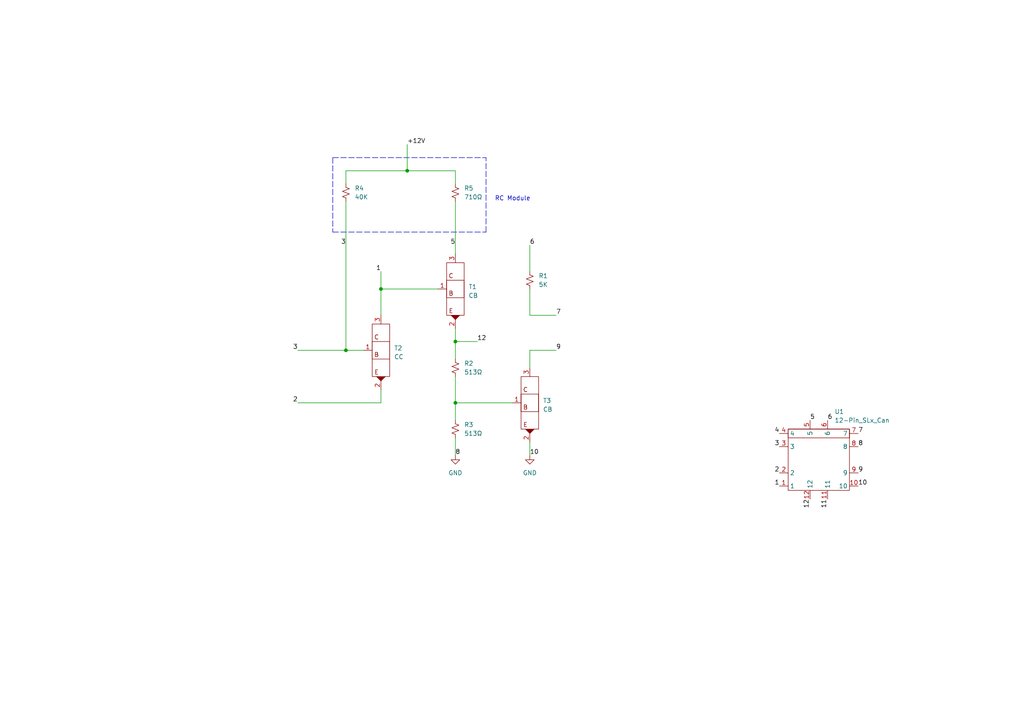
<source format=kicad_sch>
(kicad_sch (version 20211123) (generator eeschema)
  (paper "A4")
  (lib_symbols
    (symbol "Device:R_Small_US" (pin_numbers hide) (pin_names (offset 0.254) hide)
      (property "Reference" "R" (at 0.762 0.508 0))
      (property "Value" "R_Small_US" (at 0.762 -1.016 0))
      (symbol "R_Small_US_1_1"
        (polyline (pts (xy 0 0) (xy 1.016 -0.381) (xy 0 -0.762) (xy -1.016 -1.143) (xy 0 -1.524)))
        (polyline (pts (xy 0 1.524) (xy 1.016 1.143) (xy 0 0.762) (xy -1.016 0.381) (xy 0 0)))
        (pin passive line (at 0 2.54 270) (length 1.016) (name "~") (number "1"))
        (pin passive line (at 0 -2.54 90) (length 1.016) (name "~") (number "2"))
      )
    )
    (symbol "IBM_SLT-SLD:12-Pin_SLx_Can"
      (property "Reference" "U" (at 0 -2.54 0))
      (property "Value" "12-Pin_SLx_Can" (at 0 0 0))
      (symbol "12-Pin_SLx_Can_0_1"
        (rectangle (start -8.89 8.89) (end 8.89 -8.89))
        (rectangle (start -8.89 8.89) (end 8.89 6.35))
      )
      (symbol "12-Pin_SLx_Can_1_1"
        (pin passive line (at -11.43 -7.62 0) (length 2.54) (name "1") (number "1"))
        (pin passive line (at 11.43 -7.62 180) (length 2.54) (name "10") (number "10"))
        (pin passive line (at 2.54 -11.43 90) (length 2.54) (name "11") (number "11"))
        (pin passive line (at -2.54 -11.43 90) (length 2.54) (name "12") (number "12"))
        (pin passive line (at -11.43 -3.81 0) (length 2.54) (name "2") (number "2"))
        (pin passive line (at -11.43 3.81 0) (length 2.54) (name "3") (number "3"))
        (pin passive line (at -11.43 7.62 0) (length 2.54) (name "4") (number "4"))
        (pin passive line (at -2.54 11.43 270) (length 2.54) (name "5") (number "5"))
        (pin passive line (at 2.54 11.43 270) (length 2.54) (name "6") (number "6"))
        (pin passive line (at 11.43 7.62 180) (length 2.54) (name "7") (number "7"))
        (pin passive line (at 11.43 3.81 180) (length 2.54) (name "8") (number "8"))
        (pin passive line (at 11.43 -3.81 180) (length 2.54) (name "9") (number "9"))
      )
    )
    (symbol "IBM_SLT-SLD:T_DA"
      (property "Reference" "T" (at 0 5.08 0))
      (property "Value" "T_DA" (at 7.62 8.89 0))
      (symbol "T_DA_0_0"
        (text "B" (at -1.27 -1.27 0) (effects (font (size 1.27 1.27))))
        (text "C" (at -1.27 3.81 0) (effects (font (size 1.27 1.27))))
        (text "E" (at -1.27 -6.35 0) (effects (font (size 1.27 1.27))))
      )
      (symbol "T_DA_0_1"
        (rectangle (start -2.54 2.54) (end 2.54 -2.54))
        (rectangle (start -2.54 7.62) (end 2.54 -7.62))
        (polyline (pts (xy -1.27 -7.62) (xy 0 -8.89) (xy 1.27 -7.62)) (fill (type outline)))
      )
      (symbol "T_DA_1_1"
        (pin passive line (at -5.08 0 0) (length 2.54) (name "B") (number "1"))
        (pin passive line (at 0 -11.43 90) (length 2.54) (name "E") (number "2"))
        (pin passive line (at 0 10.16 270) (length 2.54) (name "C") (number "3"))
      )
    )
    (symbol "IBM_SLT-SLD:T_DB"
      (property "Reference" "T" (at 0 5.08 0))
      (property "Value" "T_DB" (at 7.62 8.89 0))
      (symbol "T_DB_0_0"
        (text "B" (at -1.27 -1.27 0) (effects (font (size 1.27 1.27))))
        (text "C" (at -1.27 3.81 0) (effects (font (size 1.27 1.27))))
        (text "E" (at -1.27 -6.35 0) (effects (font (size 1.27 1.27))))
      )
      (symbol "T_DB_0_1"
        (rectangle (start -2.54 2.54) (end 2.54 -2.54))
        (rectangle (start -2.54 7.62) (end 2.54 -7.62))
        (polyline (pts (xy -1.27 -7.62) (xy 0 -8.89) (xy 1.27 -7.62)) (fill (type outline)))
      )
      (symbol "T_DB_1_1"
        (pin passive line (at -5.08 0 0) (length 2.54) (name "B") (number "1"))
        (pin passive line (at 0 -11.43 90) (length 2.54) (name "E") (number "2"))
        (pin passive line (at 0 10.16 270) (length 2.54) (name "C") (number "3"))
      )
    )
    (symbol "power:GND" (power) (pin_names (offset 0))
      (property "Value" "GND" (at 0 -3.81 0))
      (symbol "GND_0_1"
        (polyline (pts (xy 0 0) (xy 0 -1.27) (xy 1.27 -1.27) (xy 0 -2.54) (xy -1.27 -1.27) (xy 0 -1.27)))
      )
      (symbol "GND_1_1"
        (pin power_in line (at 0 0 270) (length 0) hide (name "GND") (number "1"))
      )
    )
  )
  (junction (at 132.08 99.06))
  (junction (at 132.08 116.84))
  (junction (at 100.33 101.6))
  (junction (at 118.11 49.53))
  (junction (at 110.49 83.82))
  (wire (pts (xy 132.08 116.84) (xy 132.08 121.92)))
  (wire (pts (xy 153.67 83.82) (xy 153.67 91.44)))
  (wire (pts (xy 148.59 116.84) (xy 132.08 116.84)))
  (polyline (pts (xy 96.52 67.31) (xy 140.97 67.31)))
  (wire (pts (xy 153.67 101.6) (xy 161.29 101.6)))
  (wire (pts (xy 153.67 106.68) (xy 153.67 101.6)))
  (polyline (pts (xy 140.97 67.31) (xy 140.97 45.72)))
  (wire (pts (xy 110.49 83.82) (xy 127 83.82)))
  (polyline (pts (xy 96.52 45.72) (xy 96.52 67.31)))
  (wire (pts (xy 132.08 49.53) (xy 132.08 53.34)))
  (wire (pts (xy 105.41 101.6) (xy 100.33 101.6)))
  (wire (pts (xy 110.49 113.03) (xy 110.49 116.84)))
  (wire (pts (xy 153.67 128.27) (xy 153.67 132.08)))
  (wire (pts (xy 86.36 101.6) (xy 100.33 101.6)))
  (wire (pts (xy 110.49 78.74) (xy 110.49 83.82)))
  (wire (pts (xy 100.33 49.53) (xy 100.33 53.34)))
  (wire (pts (xy 132.08 95.25) (xy 132.08 99.06)))
  (wire (pts (xy 132.08 99.06) (xy 138.43 99.06)))
  (wire (pts (xy 86.36 116.84) (xy 110.49 116.84)))
  (wire (pts (xy 132.08 58.42) (xy 132.08 73.66)))
  (wire (pts (xy 110.49 91.44) (xy 110.49 83.82)))
  (polyline (pts (xy 96.52 45.72) (xy 140.97 45.72)))
  (wire (pts (xy 132.08 127) (xy 132.08 132.08)))
  (wire (pts (xy 118.11 41.91) (xy 118.11 49.53)))
  (wire (pts (xy 132.08 99.06) (xy 132.08 104.14)))
  (wire (pts (xy 100.33 58.42) (xy 100.33 101.6)))
  (wire (pts (xy 118.11 49.53) (xy 132.08 49.53)))
  (wire (pts (xy 153.67 91.44) (xy 161.29 91.44)))
  (wire (pts (xy 118.11 49.53) (xy 100.33 49.53)))
  (wire (pts (xy 132.08 109.22) (xy 132.08 116.84)))
  (wire (pts (xy 153.67 71.12) (xy 153.67 78.74)))
  (text "RC Module" (at 143.51 58.42 0) (effects (font (size 1.27 1.27)) (justify left bottom)))
  (label "8" (at 132.08 132.08 0))
  (label "9" (at 248.92 137.16 0))
  (label "7" (at 248.92 125.73 0))
  (label "5" (at 132.08 71.12 180))
  (label "5" (at 234.95 121.92 0))
  (label "11" (at 240.03 144.78 270))
  (label "7" (at 161.29 91.44 0))
  (label "10" (at 153.67 132.08 0))
  (label "12" (at 138.43 99.06 0))
  (label "2" (at 86.36 116.84 180))
  (label "6" (at 153.67 71.12 0))
  (label "4" (at 226.06 125.73 180))
  (label "10" (at 248.92 140.97 0))
  (label "+12V" (at 118.11 41.91 0))
  (label "3" (at 226.06 129.54 180))
  (label "8" (at 248.92 129.54 0))
  (label "1" (at 226.06 140.97 180))
  (label "1" (at 110.49 78.74 180))
  (label "12" (at 234.95 144.78 270))
  (label "3" (at 100.33 71.12 180))
  (label "2" (at 226.06 137.16 180))
  (label "9" (at 161.29 101.6 0))
  (label "6" (at 240.03 121.92 0))
  (label "3" (at 86.36 101.6 180))
  (symbol (lib_id "power:GND") (at 132.08 132.08 0) (unit 1)
    (property "Reference" "#PWR?" (effects hide))
    (property "Value" "GND" (at 132.08 137.16 0))
  )
  (symbol (lib_id "power:GND") (at 153.67 132.08 0) (unit 1)
    (property "Reference" "#PWR0102" (effects hide))
    (property "Value" "GND" (at 153.67 137.16 0))
  )
  (symbol (lib_id "IBM_SLT-SLD:T_DA") (at 153.67 116.84 0) (unit 1)
    (property "Reference" "T3" (at 157.48 116.2049 0) (effects (justify left)))
    (property "Value" "CB" (at 157.48 118.7449 0) (effects (justify left)))
    (property "Footprint" "Package_DFN_QFN:Diodes_DFN1006-3" (effects hide))
  )
  (symbol (lib_id "IBM_SLT-SLD:12-Pin_SLx_Can") (at 237.49 133.35 0) (unit 1)
    (property "Reference" "U1" (at 242.0494 119.38 0) (effects (justify left)))
    (property "Value" "12-Pin_SLx_Can" (at 242.0494 121.92 0) (effects (justify left)))
    (property "Footprint" "IBM_SLT-SLD:12-Pin_SLx_Can" (effects hide))
  )
  (symbol (lib_id "Device:R_Small_US") (at 132.08 55.88 0) (unit 1)
    (property "Reference" "R5" (at 134.62 54.6099 0) (effects (justify left)))
    (property "Value" "710Ω" (at 134.62 57.1499 0) (effects (justify left)))
  )
  (symbol (lib_id "Device:R_Small_US") (at 132.08 124.46 0) (unit 1)
    (property "Reference" "R3" (at 134.62 123.1899 0) (effects (justify left)))
    (property "Value" "513Ω" (at 134.62 125.7299 0) (effects (justify left)))
  )
  (symbol (lib_id "IBM_SLT-SLD:T_DB") (at 132.08 83.82 0) (unit 1)
    (property "Reference" "T1" (at 135.89 83.1849 0) (effects (justify left)))
    (property "Value" "CB" (at 135.89 85.7249 0) (effects (justify left)))
    (property "Footprint" "Package_DFN_QFN:Diodes_DFN1006-3" (effects hide))
  )
  (symbol (lib_id "IBM_SLT-SLD:T_DA") (at 110.49 101.6 0) (unit 1)
    (property "Reference" "T2" (at 114.3 100.9649 0) (effects (justify left)))
    (property "Value" "CC" (at 114.3 103.5049 0) (effects (justify left)))
    (property "Footprint" "Package_DFN_QFN:Diodes_DFN1006-3" (effects hide))
  )
  (symbol (lib_id "Device:R_Small_US") (at 132.08 106.68 0) (unit 1)
    (property "Reference" "R2" (at 134.62 105.4099 0) (effects (justify left)))
    (property "Value" "513Ω" (at 134.62 107.9499 0) (effects (justify left)))
  )
  (symbol (lib_id "Device:R_Small_US") (at 153.67 81.28 0) (unit 1)
    (property "Reference" "R1" (at 156.21 80.0099 0) (effects (justify left)))
    (property "Value" "5K" (at 156.21 82.5499 0) (effects (justify left)))
  )
  (symbol (lib_id "Device:R_Small_US") (at 100.33 55.88 0) (unit 1)
    (property "Reference" "R4" (at 102.87 54.6099 0) (effects (justify left)))
    (property "Value" "40K" (at 102.87 57.1499 0) (effects (justify left)))
  )
)
</source>
